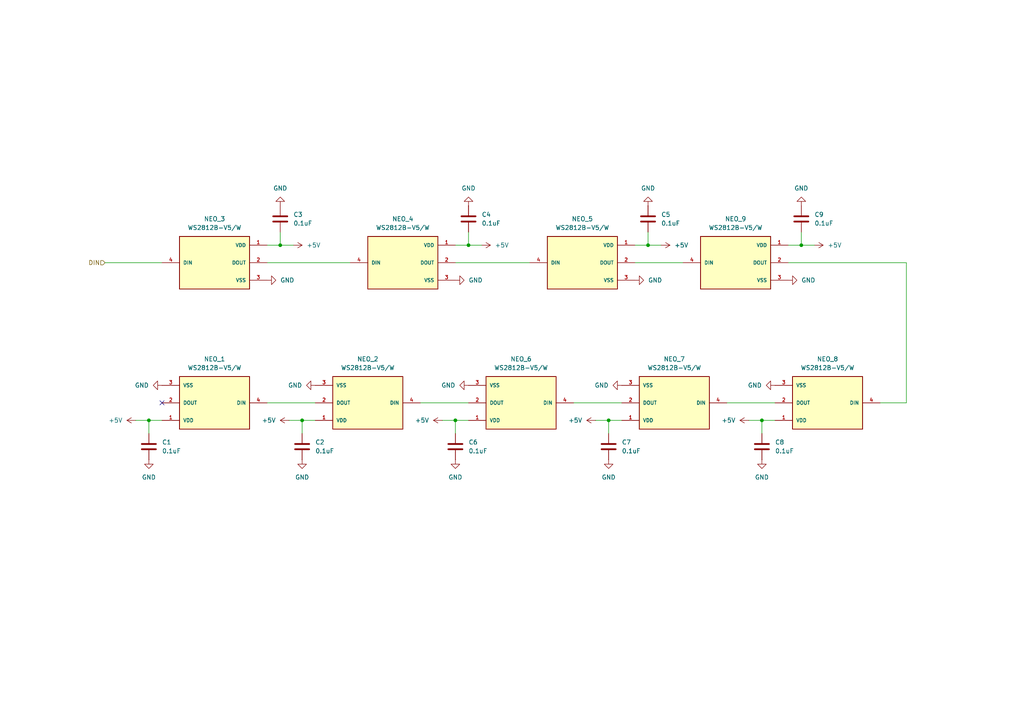
<source format=kicad_sch>
(kicad_sch (version 20250114) (generator "eeschema") (generator_version "9.0")
  (paper "A4")
  (title_block (title "Maritime Hacking Village") (date "2025") (rev "1") (company "DC33"))
  (lib_symbols
    (symbol "+5V_1" (power) (pin_numbers (hide yes)) (pin_names (offset 0) (hide yes))
      (property "Value" "+5V" (at 0 3.556 0))
      (symbol "+5V_1_0_1"
        (polyline (pts (xy -0.762 1.27) (xy 0 2.54)))
        (polyline (pts (xy 0 2.54) (xy 0.762 1.27)))
        (polyline (pts (xy 0 0) (xy 0 2.54)))
      )
      (symbol "+5V_1_1_1"
        (pin power_in line (at 0 0 90) (length 0) (name "~") (number "1"))
      )
    )
    (symbol "GND_6" (power) (pin_numbers (hide yes)) (pin_names (offset 0) (hide yes))
      (property "Value" "GND" (at 0 -3.81 0))
      (symbol "GND_6_0_1"
        (polyline (pts (xy 0 0) (xy 0 -1.27) (xy 1.27 -1.27) (xy 0 -2.54) (xy -1.27 -1.27) (xy 0 -1.27)))
      )
      (symbol "GND_6_1_1"
        (pin power_in line (at 0 0 270) (length 0) (name "~") (number "1"))
      )
    )
    (symbol "GND_7" (power) (pin_numbers (hide yes)) (pin_names (offset 0) (hide yes))
      (property "Value" "GND" (at 0 -3.81 0))
      (symbol "GND_7_0_1"
        (polyline (pts (xy 0 0) (xy 0 -1.27) (xy 1.27 -1.27) (xy 0 -2.54) (xy -1.27 -1.27) (xy 0 -1.27)))
      )
      (symbol "GND_7_1_1"
        (pin power_in line (at 0 0 270) (length 0) (name "~") (number "1"))
      )
    )
    (symbol "Library:2758" (pin_names (offset 1.016))
      (property "Reference" "D" (at -10.1621 8.8923 0))
      (property "Value" "2758" (at -10.16 -8.89 0))
      (symbol "2758_0_0"
        (rectangle (start -10.16 -7.62) (end 10.16 7.62) (stroke (width 0.254)) (fill (type background)))
        (pin input line (at -15.24 0 0) (length 5.08) (name "DIN") (number "4"))
        (pin power_in line (at 15.24 5.08 180) (length 5.08) (name "VDD") (number "1"))
        (pin output line (at 15.24 0 180) (length 5.08) (name "DOUT") (number "2"))
        (pin power_in line (at 15.24 -5.08 180) (length 5.08) (name "VSS") (number "3"))
      )
    )
    (symbol "Library:C" (pin_numbers (hide yes)) (pin_names (offset 0.254))
      (property "Reference" "C" (at 0.635 2.54 0))
      (property "Value" "C" (at 0.635 -2.54 0))
      (symbol "C_0_1"
        (polyline (pts (xy -2.032 0.762) (xy 2.032 0.762)) (stroke (width 0.508)))
        (polyline (pts (xy -2.032 -0.762) (xy 2.032 -0.762)) (stroke (width 0.508)))
      )
      (symbol "C_1_1"
        (pin passive line (at 0 3.81 270) (length 2.794) (name "~") (number "1"))
        (pin passive line (at 0 -3.81 90) (length 2.794) (name "~") (number "2"))
      )
    )
  )
  (junction (at 220.98 121.92))
  (junction (at 43.18 121.92))
  (junction (at 132.08 121.92))
  (junction (at 81.28 71.12))
  (junction (at 135.89 71.12))
  (junction (at 232.41 71.12))
  (junction (at 87.63 121.92))
  (junction (at 187.96 71.12))
  (junction (at 176.53 121.92))
  (no_connect (at 46.99 116.84))
  (wire (pts (xy 176.53 125.73) (xy 176.53 121.92)))
  (wire (pts (xy 224.79 121.92) (xy 220.98 121.92)))
  (wire (pts (xy 228.6 71.12) (xy 232.41 71.12)))
  (wire (pts (xy 46.99 121.92) (xy 43.18 121.92)))
  (wire (pts (xy 30.48 76.2) (xy 46.99 76.2)))
  (wire (pts (xy 132.08 125.73) (xy 132.08 121.92)))
  (wire (pts (xy 220.98 121.92) (xy 217.17 121.92)))
  (wire (pts (xy 132.08 121.92) (xy 128.27 121.92)))
  (wire (pts (xy 187.96 67.31) (xy 187.96 71.12)))
  (wire (pts (xy 176.53 121.92) (xy 172.72 121.92)))
  (wire (pts (xy 135.89 71.12) (xy 139.7 71.12)))
  (wire (pts (xy 132.08 71.12) (xy 135.89 71.12)))
  (wire (pts (xy 232.41 71.12) (xy 236.22 71.12)))
  (wire (pts (xy 43.18 121.92) (xy 39.37 121.92)))
  (wire (pts (xy 81.28 71.12) (xy 85.09 71.12)))
  (wire (pts (xy 91.44 121.92) (xy 87.63 121.92)))
  (wire (pts (xy 184.15 76.2) (xy 198.12 76.2)))
  (wire (pts (xy 228.6 76.2) (xy 262.89 76.2)))
  (wire (pts (xy 77.47 76.2) (xy 101.6 76.2)))
  (wire (pts (xy 77.47 116.84) (xy 91.44 116.84)))
  (wire (pts (xy 87.63 125.73) (xy 87.63 121.92)))
  (wire (pts (xy 184.15 71.12) (xy 187.96 71.12)))
  (wire (pts (xy 81.28 67.31) (xy 81.28 71.12)))
  (wire (pts (xy 132.08 76.2) (xy 153.67 76.2)))
  (wire (pts (xy 166.37 116.84) (xy 180.34 116.84)))
  (wire (pts (xy 135.89 121.92) (xy 132.08 121.92)))
  (wire (pts (xy 262.89 116.84) (xy 255.27 116.84)))
  (wire (pts (xy 262.89 76.2) (xy 262.89 116.84)))
  (wire (pts (xy 220.98 125.73) (xy 220.98 121.92)))
  (wire (pts (xy 77.47 71.12) (xy 81.28 71.12)))
  (wire (pts (xy 232.41 67.31) (xy 232.41 71.12)))
  (wire (pts (xy 187.96 71.12) (xy 191.77 71.12)))
  (wire (pts (xy 180.34 121.92) (xy 176.53 121.92)))
  (wire (pts (xy 43.18 125.73) (xy 43.18 121.92)))
  (wire (pts (xy 121.92 116.84) (xy 135.89 116.84)))
  (wire (pts (xy 87.63 121.92) (xy 83.82 121.92)))
  (wire (pts (xy 135.89 67.31) (xy 135.89 71.12)))
  (wire (pts (xy 210.82 116.84) (xy 224.79 116.84)))
  (hierarchical_label "DIN" (shape input) (at 30.48 76.2 180))
  (symbol (lib_id "Library:C") (at 43.18 129.54 180) (unit 1)
    (property "Reference" "C1" (at 46.99 128.2699 0) (effects (justify right)))
    (property "Value" "0.1uF" (at 46.99 130.8099 0) (effects (justify right)))
    (property "Footprint" "Capacitor_SMD:C_0603_1608Metric" (effects (hide yes)))
    (property "Datasheet" "https://datasheets.kyocera-avx.com/KGM_X7R.pdf" (effects (hide yes)))
    (property "Description" "CAP CER 0.1UF 25V X7R 0603" (effects (hide yes)))
    (property "Manufacturer" "KYOCERA AVX" (effects (hide yes)))
    (property "Package" "0603" (effects (hide yes)))
    (property "Manufacturer Part Number" "KGM15BR71E104KT" (effects (hide yes)))
  )
  (symbol (lib_name "+5V_1") (lib_id "power:+5V") (at 128.27 121.92 90) (unit 1)
    (property "Reference" "#PWR045" (effects (hide yes)))
    (property "Value" "+5V" (at 124.46 121.9201 90) (effects (justify left)))
    (property "Description" "Power symbol creates a global label with name \"+5V\"" (effects (hide yes)))
  )
  (symbol (lib_id "Library:2758") (at 106.68 116.84 180) (unit 1)
    (property "Reference" "NEO_2" (at 106.68 104.14 0))
    (property "Value" "WS2812B-V5/W" (at 106.68 106.68 0))
    (property "Footprint" "Library:SOL320P540X170-4N" (effects (hide yes)))
    (property "Datasheet" "https://www.lcsc.com/datasheet/lcsc_datasheet_2412051755_Worldsemi-WS2812B-V5-W_C2874885.pdf" (effects (hide yes)))
    (property "Description" "INTELLIGENT CONTROL RGB LED 5050 WHITE" (effects (hide yes)))
    (property "Manufacturer" "WorldSemi" (effects (hide yes)))
    (property "Package" "5050" (effects (hide yes)))
    (property "Height" "1.7" (effects (hide yes)))
    (property "Manufacturer Part Number" "WS2812B-V5/W" (effects (hide yes)))
  )
  (symbol (lib_id "Library:C") (at 176.53 129.54 180) (unit 1)
    (property "Reference" "C7" (at 180.34 128.2699 0) (effects (justify right)))
    (property "Value" "0.1uF" (at 180.34 130.8099 0) (effects (justify right)))
    (property "Footprint" "Capacitor_SMD:C_0603_1608Metric" (effects (hide yes)))
    (property "Datasheet" "https://datasheets.kyocera-avx.com/KGM_X7R.pdf" (effects (hide yes)))
    (property "Description" "CAP CER 0.1UF 25V X7R 0603" (effects (hide yes)))
    (property "Manufacturer" "KYOCERA AVX" (effects (hide yes)))
    (property "Package" "0603" (effects (hide yes)))
    (property "Manufacturer Part Number" "KGM15BR71E104KT" (effects (hide yes)))
  )
  (symbol (lib_name "GND_6") (lib_id "power:GND") (at 220.98 133.35 0) (unit 1)
    (property "Reference" "#PWR059" (effects (hide yes)))
    (property "Value" "GND" (at 220.98 138.43 0))
    (property "Description" "Power symbol creates a global label with name \"GND\" , ground" (effects (hide yes)))
  )
  (symbol (lib_name "+5V_1") (lib_id "power:+5V") (at 172.72 121.92 90) (unit 1)
    (property "Reference" "#PWR051" (effects (hide yes)))
    (property "Value" "+5V" (at 168.91 121.9201 90) (effects (justify left)))
    (property "Description" "Power symbol creates a global label with name \"+5V\"" (effects (hide yes)))
  )
  (symbol (lib_name "+5V_1") (lib_id "power:+5V") (at 139.7 71.12 270) (unit 1)
    (property "Reference" "#PWR046" (effects (hide yes)))
    (property "Value" "+5V" (at 143.51 71.1199 90) (effects (justify left)))
    (property "Description" "Power symbol creates a global label with name \"+5V\"" (effects (hide yes)))
  )
  (symbol (lib_name "GND_6") (lib_id "power:GND") (at 232.41 59.69 180) (unit 1)
    (property "Reference" "#PWR062" (effects (hide yes)))
    (property "Value" "GND" (at 232.41 54.61 0))
    (property "Description" "Power symbol creates a global label with name \"GND\" , ground" (effects (hide yes)))
  )
  (symbol (lib_name "+5V_1") (lib_id "power:+5V") (at 85.09 71.12 270) (unit 1)
    (property "Reference" "#PWR040" (effects (hide yes)))
    (property "Value" "+5V" (at 88.9 71.1199 90) (effects (justify left)))
    (property "Description" "Power symbol creates a global label with name \"+5V\"" (effects (hide yes)))
  )
  (symbol (lib_id "Library:2758") (at 213.36 76.2 0) (unit 1)
    (property "Reference" "NEO_9" (at 213.36 63.5 0))
    (property "Value" "WS2812B-V5/W" (at 213.36 66.04 0))
    (property "Footprint" "Library:SOL320P540X170-4N" (effects (hide yes)))
    (property "Datasheet" "https://www.lcsc.com/datasheet/lcsc_datasheet_2412051755_Worldsemi-WS2812B-V5-W_C2874885.pdf" (effects (hide yes)))
    (property "Description" "INTELLIGENT CONTROL RGB LED 5050 WHITE" (effects (hide yes)))
    (property "Manufacturer" "WorldSemi" (effects (hide yes)))
    (property "Package" "5050" (effects (hide yes)))
    (property "Height" "1.7" (effects (hide yes)))
    (property "Manufacturer Part Number" "WS2812B-V5/W" (effects (hide yes)))
  )
  (symbol (lib_name "GND_6") (lib_id "power:GND") (at 43.18 133.35 0) (unit 1)
    (property "Reference" "#PWR035" (effects (hide yes)))
    (property "Value" "GND" (at 43.18 138.43 0))
    (property "Description" "Power symbol creates a global label with name \"GND\" , ground" (effects (hide yes)))
  )
  (symbol (lib_id "Library:C") (at 232.41 63.5 0) (unit 1)
    (property "Reference" "C9" (at 236.22 62.2299 0) (effects (justify left)))
    (property "Value" "0.1uF" (at 236.22 64.7699 0) (effects (justify left)))
    (property "Footprint" "Capacitor_SMD:C_0603_1608Metric" (effects (hide yes)))
    (property "Datasheet" "https://datasheets.kyocera-avx.com/KGM_X7R.pdf" (effects (hide yes)))
    (property "Description" "CAP CER 0.1UF 25V X7R 0603" (effects (hide yes)))
    (property "Manufacturer" "KYOCERA AVX" (effects (hide yes)))
    (property "Package" "0603" (effects (hide yes)))
    (property "Manufacturer Part Number" "KGM15BR71E104KT" (effects (hide yes)))
  )
  (symbol (lib_name "GND_6") (lib_id "power:GND") (at 187.96 59.69 180) (unit 1)
    (property "Reference" "#PWR056" (effects (hide yes)))
    (property "Value" "GND" (at 187.96 54.61 0))
    (property "Description" "Power symbol creates a global label with name \"GND\" , ground" (effects (hide yes)))
  )
  (symbol (lib_name "+5V_1") (lib_id "power:+5V") (at 83.82 121.92 90) (unit 1)
    (property "Reference" "#PWR039" (effects (hide yes)))
    (property "Value" "+5V" (at 80.01 121.9201 90) (effects (justify left)))
    (property "Description" "Power symbol creates a global label with name \"+5V\"" (effects (hide yes)))
  )
  (symbol (lib_id "Library:2758") (at 62.23 116.84 180) (unit 1)
    (property "Reference" "NEO_1" (at 62.23 104.14 0))
    (property "Value" "WS2812B-V5/W" (at 62.23 106.68 0))
    (property "Footprint" "Library:SOL320P540X170-4N" (effects (hide yes)))
    (property "Datasheet" "https://www.lcsc.com/datasheet/lcsc_datasheet_2412051755_Worldsemi-WS2812B-V5-W_C2874885.pdf" (effects (hide yes)))
    (property "Description" "INTELLIGENT CONTROL RGB LED 5050 WHITE" (effects (hide yes)))
    (property "Manufacturer" "WorldSemi" (effects (hide yes)))
    (property "Package" "5050" (effects (hide yes)))
    (property "Height" "1.7" (effects (hide yes)))
    (property "Manufacturer Part Number" "WS2812B-V5/W" (effects (hide yes)))
  )
  (symbol (lib_id "Library:C") (at 132.08 129.54 180) (unit 1)
    (property "Reference" "C6" (at 135.89 128.2699 0) (effects (justify right)))
    (property "Value" "0.1uF" (at 135.89 130.8099 0) (effects (justify right)))
    (property "Footprint" "Capacitor_SMD:C_0603_1608Metric" (effects (hide yes)))
    (property "Datasheet" "https://datasheets.kyocera-avx.com/KGM_X7R.pdf" (effects (hide yes)))
    (property "Description" "CAP CER 0.1UF 25V X7R 0603" (effects (hide yes)))
    (property "Manufacturer" "KYOCERA AVX" (effects (hide yes)))
    (property "Package" "0603" (effects (hide yes)))
    (property "Manufacturer Part Number" "KGM15BR71E104KT" (effects (hide yes)))
  )
  (symbol (lib_id "Library:2758") (at 62.23 76.2 0) (unit 1)
    (property "Reference" "NEO_3" (at 62.23 63.5 0))
    (property "Value" "WS2812B-V5/W" (at 62.23 66.04 0))
    (property "Footprint" "Library:SOL320P540X170-4N" (effects (hide yes)))
    (property "Datasheet" "https://www.lcsc.com/datasheet/lcsc_datasheet_2412051755_Worldsemi-WS2812B-V5-W_C2874885.pdf" (effects (hide yes)))
    (property "Description" "INTELLIGENT CONTROL RGB LED 5050 WHITE" (effects (hide yes)))
    (property "Manufacturer" "WorldSemi" (effects (hide yes)))
    (property "Package" "5050" (effects (hide yes)))
    (property "Height" "1.7" (effects (hide yes)))
    (property "Manufacturer Part Number" "WS2812B-V5/W" (effects (hide yes)))
  )
  (symbol (lib_id "Library:C") (at 135.89 63.5 0) (unit 1)
    (property "Reference" "C4" (at 139.7 62.2299 0) (effects (justify left)))
    (property "Value" "0.1uF" (at 139.7 64.7699 0) (effects (justify left)))
    (property "Footprint" "Capacitor_SMD:C_0603_1608Metric" (effects (hide yes)))
    (property "Datasheet" "https://datasheets.kyocera-avx.com/KGM_X7R.pdf" (effects (hide yes)))
    (property "Description" "CAP CER 0.1UF 25V X7R 0603" (effects (hide yes)))
    (property "Manufacturer" "KYOCERA AVX" (effects (hide yes)))
    (property "Package" "0603" (effects (hide yes)))
    (property "Manufacturer Part Number" "KGM15BR71E104KT" (effects (hide yes)))
  )
  (symbol (lib_id "Library:2758") (at 240.03 116.84 180) (unit 1)
    (property "Reference" "NEO_8" (at 240.03 104.14 0))
    (property "Value" "WS2812B-V5/W" (at 240.03 106.68 0))
    (property "Footprint" "Library:SOL320P540X170-4N" (effects (hide yes)))
    (property "Datasheet" "https://www.lcsc.com/datasheet/lcsc_datasheet_2412051755_Worldsemi-WS2812B-V5-W_C2874885.pdf" (effects (hide yes)))
    (property "Description" "INTELLIGENT CONTROL RGB LED 5050 WHITE" (effects (hide yes)))
    (property "Manufacturer" "WorldSemi" (effects (hide yes)))
    (property "Package" "5050" (effects (hide yes)))
    (property "Height" "1.7" (effects (hide yes)))
    (property "Manufacturer Part Number" "WS2812B-V5/W" (effects (hide yes)))
  )
  (symbol (lib_id "Library:C") (at 81.28 63.5 0) (unit 1)
    (property "Reference" "C3" (at 85.09 62.2299 0) (effects (justify left)))
    (property "Value" "0.1uF" (at 85.09 64.7699 0) (effects (justify left)))
    (property "Footprint" "Capacitor_SMD:C_0603_1608Metric" (effects (hide yes)))
    (property "Datasheet" "https://datasheets.kyocera-avx.com/KGM_X7R.pdf" (effects (hide yes)))
    (property "Description" "CAP CER 0.1UF 25V X7R 0603" (effects (hide yes)))
    (property "Manufacturer" "KYOCERA AVX" (effects (hide yes)))
    (property "Package" "0603" (effects (hide yes)))
    (property "Manufacturer Part Number" "KGM15BR71E104KT" (effects (hide yes)))
  )
  (symbol (lib_name "GND_7") (lib_id "power:GND") (at 184.15 81.28 90) (unit 1)
    (property "Reference" "#PWR055" (effects (hide yes)))
    (property "Value" "GND" (at 187.96 81.2799 90) (effects (justify right)))
    (property "Description" "Power symbol creates a global label with name \"GND\" , ground" (effects (hide yes)))
  )
  (symbol (lib_name "GND_6") (lib_id "power:GND") (at 132.08 133.35 0) (unit 1)
    (property "Reference" "#PWR047" (effects (hide yes)))
    (property "Value" "GND" (at 132.08 138.43 0))
    (property "Description" "Power symbol creates a global label with name \"GND\" , ground" (effects (hide yes)))
  )
  (symbol (lib_name "GND_6") (lib_id "power:GND") (at 81.28 59.69 180) (unit 1)
    (property "Reference" "#PWR038" (effects (hide yes)))
    (property "Value" "GND" (at 81.28 54.61 0))
    (property "Description" "Power symbol creates a global label with name \"GND\" , ground" (effects (hide yes)))
  )
  (symbol (lib_id "Library:2758") (at 151.13 116.84 180) (unit 1)
    (property "Reference" "NEO_6" (at 151.13 104.14 0))
    (property "Value" "WS2812B-V5/W" (at 151.13 106.68 0))
    (property "Footprint" "Library:SOL320P540X170-4N" (effects (hide yes)))
    (property "Datasheet" "https://www.lcsc.com/datasheet/lcsc_datasheet_2412051755_Worldsemi-WS2812B-V5-W_C2874885.pdf" (effects (hide yes)))
    (property "Description" "INTELLIGENT CONTROL RGB LED 5050 WHITE" (effects (hide yes)))
    (property "Manufacturer" "WorldSemi" (effects (hide yes)))
    (property "Package" "5050" (effects (hide yes)))
    (property "Height" "1.7" (effects (hide yes)))
    (property "Manufacturer Part Number" "WS2812B-V5/W" (effects (hide yes)))
  )
  (symbol (lib_id "Library:2758") (at 195.58 116.84 180) (unit 1)
    (property "Reference" "NEO_7" (at 195.58 104.14 0))
    (property "Value" "WS2812B-V5/W" (at 195.58 106.68 0))
    (property "Footprint" "Library:SOL320P540X170-4N" (effects (hide yes)))
    (property "Datasheet" "https://www.lcsc.com/datasheet/lcsc_datasheet_2412051755_Worldsemi-WS2812B-V5-W_C2874885.pdf" (effects (hide yes)))
    (property "Description" "INTELLIGENT CONTROL RGB LED 5050 WHITE" (effects (hide yes)))
    (property "Manufacturer" "WorldSemi" (effects (hide yes)))
    (property "Package" "5050" (effects (hide yes)))
    (property "Height" "1.7" (effects (hide yes)))
    (property "Manufacturer Part Number" "WS2812B-V5/W" (effects (hide yes)))
  )
  (symbol (lib_name "GND_7") (lib_id "power:GND") (at 132.08 81.28 90) (unit 1)
    (property "Reference" "#PWR043" (effects (hide yes)))
    (property "Value" "GND" (at 135.89 81.2799 90) (effects (justify right)))
    (property "Description" "Power symbol creates a global label with name \"GND\" , ground" (effects (hide yes)))
  )
  (symbol (lib_id "Library:C") (at 187.96 63.5 0) (unit 1)
    (property "Reference" "C5" (at 191.77 62.2299 0) (effects (justify left)))
    (property "Value" "0.1uF" (at 191.77 64.7699 0) (effects (justify left)))
    (property "Footprint" "Capacitor_SMD:C_0603_1608Metric" (effects (hide yes)))
    (property "Datasheet" "https://datasheets.kyocera-avx.com/KGM_X7R.pdf" (effects (hide yes)))
    (property "Description" "CAP CER 0.1UF 25V X7R 0603" (effects (hide yes)))
    (property "Manufacturer" "KYOCERA AVX" (effects (hide yes)))
    (property "Package" "0603" (effects (hide yes)))
    (property "Manufacturer Part Number" "KGM15BR71E104KT" (effects (hide yes)))
  )
  (symbol (lib_name "GND_6") (lib_id "power:GND") (at 77.47 81.28 90) (unit 1)
    (property "Reference" "#PWR037" (effects (hide yes)))
    (property "Value" "GND" (at 81.28 81.2799 90) (effects (justify right)))
    (property "Description" "Power symbol creates a global label with name \"GND\" , ground" (effects (hide yes)))
  )
  (symbol (lib_name "+5V_1") (lib_id "power:+5V") (at 191.77 71.12 270) (unit 1)
    (property "Reference" "#PWR058" (effects (hide yes)))
    (property "Value" "+5V" (at 195.58 71.1199 90) (effects (justify left)))
    (property "Description" "Power symbol creates a global label with name \"+5V\"" (effects (hide yes)))
  )
  (symbol (lib_id "Library:2758") (at 116.84 76.2 0) (unit 1)
    (property "Reference" "NEO_4" (at 116.84 63.5 0))
    (property "Value" "WS2812B-V5/W" (at 116.84 66.04 0))
    (property "Footprint" "Library:SOL320P540X170-4N" (effects (hide yes)))
    (property "Datasheet" "https://www.lcsc.com/datasheet/lcsc_datasheet_2412051755_Worldsemi-WS2812B-V5-W_C2874885.pdf" (effects (hide yes)))
    (property "Description" "INTELLIGENT CONTROL RGB LED 5050 WHITE" (effects (hide yes)))
    (property "Manufacturer" "WorldSemi" (effects (hide yes)))
    (property "Package" "5050" (effects (hide yes)))
    (property "Height" "1.7" (effects (hide yes)))
    (property "Manufacturer Part Number" "WS2812B-V5/W" (effects (hide yes)))
  )
  (symbol (lib_name "GND_6") (lib_id "power:GND") (at 176.53 133.35 0) (unit 1)
    (property "Reference" "#PWR053" (effects (hide yes)))
    (property "Value" "GND" (at 176.53 138.43 0))
    (property "Description" "Power symbol creates a global label with name \"GND\" , ground" (effects (hide yes)))
  )
  (symbol (lib_name "+5V_1") (lib_id "power:+5V") (at 217.17 121.92 90) (unit 1)
    (property "Reference" "#PWR057" (effects (hide yes)))
    (property "Value" "+5V" (at 213.36 121.9201 90) (effects (justify left)))
    (property "Description" "Power symbol creates a global label with name \"+5V\"" (effects (hide yes)))
  )
  (symbol (lib_id "Library:C") (at 220.98 129.54 180) (unit 1)
    (property "Reference" "C8" (at 224.79 128.2699 0) (effects (justify right)))
    (property "Value" "0.1uF" (at 224.79 130.8099 0) (effects (justify right)))
    (property "Footprint" "Capacitor_SMD:C_0603_1608Metric" (effects (hide yes)))
    (property "Datasheet" "https://datasheets.kyocera-avx.com/KGM_X7R.pdf" (effects (hide yes)))
    (property "Description" "CAP CER 0.1UF 25V X7R 0603" (effects (hide yes)))
    (property "Manufacturer" "KYOCERA AVX" (effects (hide yes)))
    (property "Package" "0603" (effects (hide yes)))
    (property "Manufacturer Part Number" "KGM15BR71E104KT" (effects (hide yes)))
  )
  (symbol (lib_name "GND_7") (lib_id "power:GND") (at 91.44 111.76 270) (unit 1)
    (property "Reference" "#PWR042" (effects (hide yes)))
    (property "Value" "GND" (at 87.63 111.7599 90) (effects (justify right)))
    (property "Description" "Power symbol creates a global label with name \"GND\" , ground" (effects (hide yes)))
  )
  (symbol (lib_name "GND_7") (lib_id "power:GND") (at 180.34 111.76 270) (unit 1)
    (property "Reference" "#PWR054" (effects (hide yes)))
    (property "Value" "GND" (at 176.53 111.7599 90) (effects (justify right)))
    (property "Description" "Power symbol creates a global label with name \"GND\" , ground" (effects (hide yes)))
  )
  (symbol (lib_id "Library:2758") (at 168.91 76.2 0) (unit 1)
    (property "Reference" "NEO_5" (at 168.91 63.5 0))
    (property "Value" "WS2812B-V5/W" (at 168.91 66.04 0))
    (property "Footprint" "Library:SOL320P540X170-4N" (effects (hide yes)))
    (property "Datasheet" "https://www.lcsc.com/datasheet/lcsc_datasheet_2412051755_Worldsemi-WS2812B-V5-W_C2874885.pdf" (effects (hide yes)))
    (property "Description" "INTELLIGENT CONTROL RGB LED 5050 WHITE" (effects (hide yes)))
    (property "Manufacturer" "WorldSemi" (effects (hide yes)))
    (property "Package" "5050" (effects (hide yes)))
    (property "Height" "1.7" (effects (hide yes)))
    (property "Manufacturer Part Number" "WS2812B-V5/W" (effects (hide yes)))
  )
  (symbol (lib_name "GND_7") (lib_id "power:GND") (at 224.79 111.76 270) (unit 1)
    (property "Reference" "#PWR060" (effects (hide yes)))
    (property "Value" "GND" (at 220.98 111.7599 90) (effects (justify right)))
    (property "Description" "Power symbol creates a global label with name \"GND\" , ground" (effects (hide yes)))
  )
  (symbol (lib_name "GND_6") (lib_id "power:GND") (at 87.63 133.35 0) (unit 1)
    (property "Reference" "#PWR041" (effects (hide yes)))
    (property "Value" "GND" (at 87.63 138.43 0))
    (property "Description" "Power symbol creates a global label with name \"GND\" , ground" (effects (hide yes)))
  )
  (symbol (lib_name "GND_7") (lib_id "power:GND") (at 46.99 111.76 270) (unit 1)
    (property "Reference" "#PWR036" (effects (hide yes)))
    (property "Value" "GND" (at 43.18 111.7599 90) (effects (justify right)))
    (property "Description" "Power symbol creates a global label with name \"GND\" , ground" (effects (hide yes)))
  )
  (symbol (lib_name "+5V_1") (lib_id "power:+5V") (at 39.37 121.92 90) (unit 1)
    (property "Reference" "#PWR034" (effects (hide yes)))
    (property "Value" "+5V" (at 35.56 121.9201 90) (effects (justify left)))
    (property "Description" "Power symbol creates a global label with name \"+5V\"" (effects (hide yes)))
  )
  (symbol (lib_name "GND_7") (lib_id "power:GND") (at 228.6 81.28 90) (unit 1)
    (property "Reference" "#PWR061" (effects (hide yes)))
    (property "Value" "GND" (at 232.41 81.2799 90) (effects (justify right)))
    (property "Description" "Power symbol creates a global label with name \"GND\" , ground" (effects (hide yes)))
  )
  (symbol (lib_id "Library:C") (at 87.63 129.54 180) (unit 1)
    (property "Reference" "C2" (at 91.44 128.2699 0) (effects (justify right)))
    (property "Value" "0.1uF" (at 91.44 130.8099 0) (effects (justify right)))
    (property "Footprint" "Capacitor_SMD:C_0603_1608Metric" (effects (hide yes)))
    (property "Datasheet" "https://datasheets.kyocera-avx.com/KGM_X7R.pdf" (effects (hide yes)))
    (property "Description" "CAP CER 0.1UF 25V X7R 0603" (effects (hide yes)))
    (property "Manufacturer" "KYOCERA AVX" (effects (hide yes)))
    (property "Package" "0603" (effects (hide yes)))
    (property "Manufacturer Part Number" "KGM15BR71E104KT" (effects (hide yes)))
  )
  (symbol (lib_name "GND_7") (lib_id "power:GND") (at 135.89 111.76 270) (unit 1)
    (property "Reference" "#PWR048" (effects (hide yes)))
    (property "Value" "GND" (at 132.08 111.7599 90) (effects (justify right)))
    (property "Description" "Power symbol creates a global label with name \"GND\" , ground" (effects (hide yes)))
  )
  (symbol (lib_name "+5V_1") (lib_id "power:+5V") (at 236.22 71.12 270) (unit 1)
    (property "Reference" "#PWR063" (effects (hide yes)))
    (property "Value" "+5V" (at 240.03 71.1199 90) (effects (justify left)))
    (property "Description" "Power symbol creates a global label with name \"+5V\"" (effects (hide yes)))
  )
  (symbol (lib_name "GND_6") (lib_id "power:GND") (at 135.89 59.69 180) (unit 1)
    (property "Reference" "#PWR044" (effects (hide yes)))
    (property "Value" "GND" (at 135.89 54.61 0))
    (property "Description" "Power symbol creates a global label with name \"GND\" , ground" (effects (hide yes)))
  )
)
</source>
